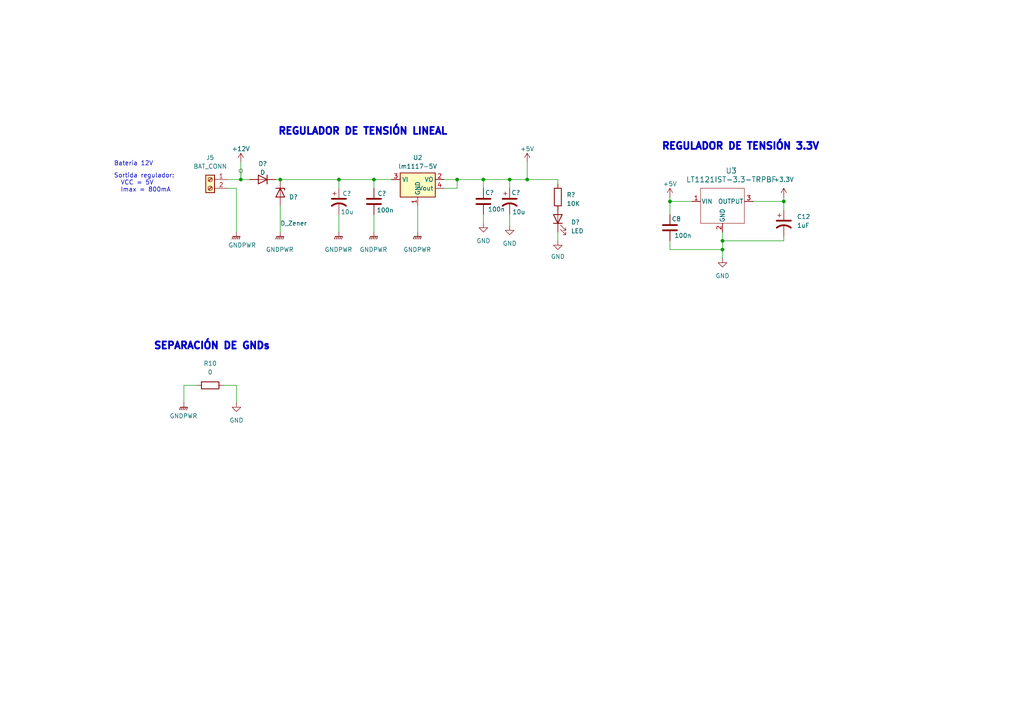
<source format=kicad_sch>
(kicad_sch (version 20250114) (generator "eeschema") (generator_version "9.0")
  (paper "A4")
  (lib_symbols
    (symbol "Connector:Screw_Terminal_01x02" (pin_names (offset 1.016) (hide yes))
      (property "Reference" "J" (at 0 2.54 0))
      (property "Value" "Screw_Terminal_01x02" (at 0 -5.08 0))
      (symbol "Screw_Terminal_01x02_1_1"
        (rectangle (start -1.27 1.27) (end 1.27 -3.81) (stroke (width 0.254)) (fill (type background)))
        (polyline (pts (xy -0.5334 0.3302) (xy 0.3302 -0.508)) (stroke (width 0.1524)))
        (polyline (pts (xy -0.5334 -2.2098) (xy 0.3302 -3.048)) (stroke (width 0.1524)))
        (polyline (pts (xy -0.3556 0.508) (xy 0.508 -0.3302)) (stroke (width 0.1524)))
        (polyline (pts (xy -0.3556 -2.032) (xy 0.508 -2.8702)) (stroke (width 0.1524)))
        (circle (center 0 0) (radius 0.635) (stroke (width 0.1524)))
        (circle (center 0 -2.54) (radius 0.635) (stroke (width 0.1524)))
        (pin passive line (at -5.08 0 0) (length 3.81) (name "Pin_1") (number "1"))
        (pin passive line (at -5.08 -2.54 0) (length 3.81) (name "Pin_2") (number "2"))
      )
    )
    (symbol "David:AP1117-ADJ-mod"
      (property "Reference" "U2" (at 0 6.35 0))
      (property "Value" "lm1117-5V" (at 0 3.81 0))
      (symbol "AP1117-ADJ-mod_0_1"
        (rectangle (start -5.08 1.905) (end 5.08 -5.08) (stroke (width 0.254)) (fill (type background)))
      )
      (symbol "AP1117-ADJ-mod_1_1"
        (pin power_in line (at -7.62 0 0) (length 2.54) (name "VI") (number "3"))
        (pin input line (at 0 -7.62 90) (length 2.54) (name "GND") (number "1"))
        (pin power_out line (at 7.62 0 180) (length 2.54) (name "VO") (number "2"))
        (pin power_out line (at 7.62 -2.54 180) (length 2.54) (name "Vout") (number "4"))
      )
    )
    (symbol "Device:C" (pin_numbers (hide yes)) (pin_names (offset 0.254))
      (property "Reference" "C" (at 0.635 2.54 0))
      (property "Value" "C" (at 0.635 -2.54 0))
      (symbol "C_0_1"
        (polyline (pts (xy -2.032 0.762) (xy 2.032 0.762)) (stroke (width 0.508)))
        (polyline (pts (xy -2.032 -0.762) (xy 2.032 -0.762)) (stroke (width 0.508)))
      )
      (symbol "C_1_1"
        (pin passive line (at 0 3.81 270) (length 2.794) (name "~") (number "1"))
        (pin passive line (at 0 -3.81 90) (length 2.794) (name "~") (number "2"))
      )
    )
    (symbol "Device:C_Polarized_US" (pin_numbers (hide yes)) (pin_names (offset 0.254) (hide yes))
      (property "Reference" "C" (at 0.635 2.54 0))
      (property "Value" "C_Polarized_US" (at 0.635 -2.54 0))
      (symbol "C_Polarized_US_0_1"
        (polyline (pts (xy -2.032 0.762) (xy 2.032 0.762)) (stroke (width 0.508)))
        (polyline (pts (xy -1.778 2.286) (xy -0.762 2.286)))
        (polyline (pts (xy -1.27 1.778) (xy -1.27 2.794)))
        (arc (start -2.032 -1.27) (mid 0 -0.5572) (end 2.032 -1.27) (stroke (width 0.508)))
      )
      (symbol "C_Polarized_US_1_1"
        (pin passive line (at 0 3.81 270) (length 2.794) (name "~") (number "1"))
        (pin passive line (at 0 -3.81 90) (length 3.302) (name "~") (number "2"))
      )
    )
    (symbol "Device:D" (pin_numbers (hide yes)) (pin_names (offset 1.016) (hide yes))
      (property "Reference" "D" (at 0 2.54 0))
      (property "Value" "D" (at 0 -2.54 0))
      (symbol "D_0_1"
        (polyline (pts (xy -1.27 1.27) (xy -1.27 -1.27)) (stroke (width 0.254)))
        (polyline (pts (xy 1.27 1.27) (xy 1.27 -1.27) (xy -1.27 0) (xy 1.27 1.27)) (stroke (width 0.254)))
        (polyline (pts (xy 1.27 0) (xy -1.27 0)))
      )
      (symbol "D_1_1"
        (pin passive line (at -3.81 0 0) (length 2.54) (name "K") (number "1"))
        (pin passive line (at 3.81 0 180) (length 2.54) (name "A") (number "2"))
      )
    )
    (symbol "Device:D_Zener" (pin_numbers (hide yes)) (pin_names (offset 1.016) (hide yes))
      (property "Reference" "D" (at 0 2.54 0))
      (property "Value" "D_Zener" (at 0 -2.54 0))
      (symbol "D_Zener_0_1"
        (polyline (pts (xy -1.27 -1.27) (xy -1.27 1.27) (xy -0.762 1.27)) (stroke (width 0.254)))
        (polyline (pts (xy 1.27 0) (xy -1.27 0)))
        (polyline (pts (xy 1.27 -1.27) (xy 1.27 1.27) (xy -1.27 0) (xy 1.27 -1.27)) (stroke (width 0.254)))
      )
      (symbol "D_Zener_1_1"
        (pin passive line (at -3.81 0 0) (length 2.54) (name "K") (number "1"))
        (pin passive line (at 3.81 0 180) (length 2.54) (name "A") (number "2"))
      )
    )
    (symbol "Device:LED" (pin_numbers (hide yes)) (pin_names (offset 1.016) (hide yes))
      (property "Reference" "D" (at 0 2.54 0))
      (property "Value" "LED" (at 0 -2.54 0))
      (symbol "LED_0_1"
        (polyline (pts (xy -3.048 -0.762) (xy -4.572 -2.286) (xy -3.81 -2.286) (xy -4.572 -2.286) (xy -4.572 -1.524)))
        (polyline (pts (xy -1.778 -0.762) (xy -3.302 -2.286) (xy -2.54 -2.286) (xy -3.302 -2.286) (xy -3.302 -1.524)))
        (polyline (pts (xy -1.27 0) (xy 1.27 0)))
        (polyline (pts (xy -1.27 -1.27) (xy -1.27 1.27)) (stroke (width 0.254)))
        (polyline (pts (xy 1.27 -1.27) (xy 1.27 1.27) (xy -1.27 0) (xy 1.27 -1.27)) (stroke (width 0.254)))
      )
      (symbol "LED_1_1"
        (pin passive line (at -3.81 0 0) (length 2.54) (name "K") (number "1"))
        (pin passive line (at 3.81 0 180) (length 2.54) (name "A") (number "2"))
      )
    )
    (symbol "Device:R" (pin_numbers (hide yes)) (pin_names (offset 0))
      (property "Reference" "R" (at 2.032 0 90))
      (property "Value" "R" (at 0 0 90))
      (symbol "R_0_1"
        (rectangle (start -1.016 -2.54) (end 1.016 2.54) (stroke (width 0.254)))
      )
      (symbol "R_1_1"
        (pin passive line (at 0 3.81 270) (length 1.27) (name "~") (number "1"))
        (pin passive line (at 0 -3.81 90) (length 1.27) (name "~") (number "2"))
      )
    )
    (symbol "GNDPWR_1" (power) (pin_numbers (hide yes)) (pin_names (offset 0) (hide yes))
      (property "Value" "GNDPWR" (at 0 -3.302 0))
      (symbol "GNDPWR_1_0_1"
        (polyline (pts (xy -1.016 -1.27) (xy -1.27 -2.032) (xy -1.27 -2.032)) (stroke (width 0.2032)))
        (polyline (pts (xy -0.508 -1.27) (xy -0.762 -2.032) (xy -0.762 -2.032)) (stroke (width 0.2032)))
        (polyline (pts (xy 0 -1.27) (xy 0 0)))
        (polyline (pts (xy 0 -1.27) (xy -0.254 -2.032) (xy -0.254 -2.032)) (stroke (width 0.2032)))
        (polyline (pts (xy 0.508 -1.27) (xy 0.254 -2.032) (xy 0.254 -2.032)) (stroke (width 0.2032)))
        (polyline (pts (xy 1.016 -1.27) (xy -1.016 -1.27) (xy -1.016 -1.27)) (stroke (width 0.2032)))
        (polyline (pts (xy 1.016 -1.27) (xy 0.762 -2.032) (xy 0.762 -2.032) (xy 0.762 -2.032)) (stroke (width 0.2032)))
      )
      (symbol "GNDPWR_1_1_1"
        (pin power_in line (at 0 0 270) (length 0) (name "~") (number "1"))
      )
    )
    (symbol "GND_1" (power) (pin_numbers (hide yes)) (pin_names (offset 0) (hide yes))
      (property "Value" "GND" (at 0 -3.81 0))
      (symbol "GND_1_0_1"
        (polyline (pts (xy 0 0) (xy 0 -1.27) (xy 1.27 -1.27) (xy 0 -2.54) (xy -1.27 -1.27) (xy 0 -1.27)))
      )
      (symbol "GND_1_1_1"
        (pin power_in line (at 0 0 270) (length 0) (name "~") (number "1"))
      )
    )
    (symbol "GND_2" (power) (pin_numbers (hide yes)) (pin_names (offset 0) (hide yes))
      (property "Value" "GND" (at 0 -3.81 0))
      (symbol "GND_2_0_1"
        (polyline (pts (xy 0 0) (xy 0 -1.27) (xy 1.27 -1.27) (xy 0 -2.54) (xy -1.27 -1.27) (xy 0 -1.27)))
      )
      (symbol "GND_2_1_1"
        (pin power_in line (at 0 0 270) (length 0) (name "~") (number "1"))
      )
    )
    (symbol "LT1121IST:LT1121IST-3.3-TRPBF" (pin_names (offset 0.254))
      (property "Reference" "U3" (at 15.24 10.16 0))
      (property "Value" "LT1121IST-3.3-TRPBF" (at 15.24 7.62 0))
      (symbol "LT1121IST-3.3-TRPBF_0_1"
        (polyline (pts (xy 12.7 3.81) (xy 12.7 -6.35)) (stroke (width 0.127)))
        (polyline (pts (xy 12.7 -6.35) (xy 25.4 -6.35)) (stroke (width 0.127)))
        (polyline (pts (xy 25.4 3.81) (xy 12.7 3.81)) (stroke (width 0.127)))
        (polyline (pts (xy 25.4 -6.35) (xy 25.4 3.81)) (stroke (width 0.127)))
      )
      (symbol "LT1121IST-3.3-TRPBF_1_1"
        (pin input line (at 10.16 0 0) (length 2.54) (name "VIN") (number "1"))
        (pin power_in line (at 19.05 -8.89 90) (length 2.54) (name "GND") (number "2"))
        (pin output line (at 27.94 0 180) (length 2.54) (name "OUTPUT") (number "3"))
      )
    )
    (symbol "power:+12V" (power) (pin_names (offset 0))
      (property "Value" "+12V" (at 0 3.556 0))
      (symbol "+12V_0_1"
        (polyline (pts (xy -0.762 1.27) (xy 0 2.54)))
        (polyline (pts (xy 0 2.54) (xy 0.762 1.27)))
        (polyline (pts (xy 0 0) (xy 0 2.54)))
      )
      (symbol "+12V_1_1"
        (pin power_in line (at 0 0 90) (length 0) (hide yes) (name "+12V") (number "1"))
      )
    )
    (symbol "power:+3.3V" (power) (pin_numbers (hide yes)) (pin_names (offset 0) (hide yes))
      (property "Value" "+3.3V" (at 0 3.556 0))
      (symbol "+3.3V_0_1"
        (polyline (pts (xy -0.762 1.27) (xy 0 2.54)))
        (polyline (pts (xy 0 2.54) (xy 0.762 1.27)))
        (polyline (pts (xy 0 0) (xy 0 2.54)))
      )
      (symbol "+3.3V_1_1"
        (pin power_in line (at 0 0 90) (length 0) (name "~") (number "1"))
      )
    )
    (symbol "power:+5V" (power) (pin_names (offset 0))
      (property "Value" "+5V" (at 0 3.556 0))
      (symbol "+5V_0_1"
        (polyline (pts (xy -0.762 1.27) (xy 0 2.54)))
        (polyline (pts (xy 0 2.54) (xy 0.762 1.27)))
        (polyline (pts (xy 0 0) (xy 0 2.54)))
      )
      (symbol "+5V_1_1"
        (pin power_in line (at 0 0 90) (length 0) (hide yes) (name "+5V") (number "1"))
      )
    )
    (symbol "power:GND" (power) (pin_names (offset 0))
      (property "Value" "GND" (at 0 -3.81 0))
      (symbol "GND_0_1"
        (polyline (pts (xy 0 0) (xy 0 -1.27) (xy 1.27 -1.27) (xy 0 -2.54) (xy -1.27 -1.27) (xy 0 -1.27)))
      )
      (symbol "GND_1_1"
        (pin power_in line (at 0 0 270) (length 0) (hide yes) (name "GND") (number "1"))
      )
    )
    (symbol "power:GNDPWR" (power) (pin_names (offset 0))
      (property "Value" "GNDPWR" (at 0 -3.302 0))
      (symbol "GNDPWR_0_1"
        (polyline (pts (xy -1.016 -1.27) (xy -1.27 -2.032) (xy -1.27 -2.032)) (stroke (width 0.2032)))
        (polyline (pts (xy -0.508 -1.27) (xy -0.762 -2.032) (xy -0.762 -2.032)) (stroke (width 0.2032)))
        (polyline (pts (xy 0 -1.27) (xy 0 0)))
        (polyline (pts (xy 0 -1.27) (xy -0.254 -2.032) (xy -0.254 -2.032)) (stroke (width 0.2032)))
        (polyline (pts (xy 0.508 -1.27) (xy 0.254 -2.032) (xy 0.254 -2.032)) (stroke (width 0.2032)))
        (polyline (pts (xy 1.016 -1.27) (xy -1.016 -1.27) (xy -1.016 -1.27)) (stroke (width 0.2032)))
        (polyline (pts (xy 1.016 -1.27) (xy 0.762 -2.032) (xy 0.762 -2.032) (xy 0.762 -2.032)) (stroke (width 0.2032)))
      )
      (symbol "GNDPWR_1_1"
        (pin power_in line (at 0 0 270) (length 0) (hide yes) (name "GNDPWR") (number "1"))
      )
    )
  )
  (text "SEPARACIÓN DE GNDs\n" (at 44.45 101.6 0) (effects (font (size 2.032 2.032) (thickness 0.6) (bold yes)) (justify left bottom)))
  (text "Sortida regulador:\n  VCC = 5V\n  Imax = 800mA" (at 33.02 55.88 0) (effects (font (size 1.27 1.27)) (justify left bottom)))
  (text "REGULADOR DE TENSIÓN 3.3V\n\n" (at 191.77 46.99 0) (effects (font (size 2.032 2.032) (thickness 0.6) (bold yes)) (justify left bottom)))
  (text "REGULADOR DE TENSIÓN LINEAL\n" (at 80.518 39.37 0) (effects (font (size 2.032 2.032) (thickness 0.6) (bold yes)) (justify left bottom)))
  (text "Batería 12V" (at 33.02 48.26 0) (effects (font (size 1.27 1.27)) (justify left bottom)))
  (junction (at 209.55 72.39))
  (junction (at 108.458 52.07))
  (junction (at 152.908 52.07))
  (junction (at 98.298 52.07))
  (junction (at 227.33 58.42))
  (junction (at 209.55 69.85))
  (junction (at 147.828 52.07))
  (junction (at 132.588 52.07))
  (junction (at 194.31 58.42))
  (junction (at 140.208 52.07))
  (junction (at 81.28 52.07))
  (junction (at 69.85 52.07))
  (wire (pts (xy 194.31 72.39) (xy 209.55 72.39)))
  (wire (pts (xy 128.778 54.61) (xy 132.588 54.61)))
  (wire (pts (xy 209.55 67.31) (xy 209.55 69.85)))
  (wire (pts (xy 66.04 52.07) (xy 69.85 52.07)))
  (wire (pts (xy 121.158 59.69) (xy 121.158 67.31)))
  (wire (pts (xy 161.798 59.69) (xy 161.798 60.96)))
  (wire (pts (xy 132.588 52.07) (xy 140.208 52.07)))
  (wire (pts (xy 81.28 52.07) (xy 98.298 52.07)))
  (wire (pts (xy 53.34 111.76) (xy 53.34 116.84)))
  (wire (pts (xy 147.828 52.07) (xy 140.208 52.07)))
  (wire (pts (xy 66.04 54.61) (xy 68.58 54.61)))
  (wire (pts (xy 227.33 68.58) (xy 227.33 69.85)))
  (wire (pts (xy 98.298 52.07) (xy 108.458 52.07)))
  (wire (pts (xy 108.458 52.07) (xy 108.458 54.61)))
  (wire (pts (xy 68.58 54.61) (xy 68.58 67.31)))
  (wire (pts (xy 98.298 52.07) (xy 98.298 54.61)))
  (wire (pts (xy 194.31 57.15) (xy 194.31 58.42)))
  (wire (pts (xy 69.85 46.99) (xy 69.85 52.07)))
  (wire (pts (xy 98.298 62.23) (xy 98.298 67.31)))
  (wire (pts (xy 227.33 57.15) (xy 227.33 58.42)))
  (wire (pts (xy 209.55 69.85) (xy 209.55 72.39)))
  (wire (pts (xy 152.908 46.99) (xy 152.908 52.07)))
  (wire (pts (xy 140.208 52.07) (xy 140.208 54.61)))
  (wire (pts (xy 147.828 52.07) (xy 152.908 52.07)))
  (wire (pts (xy 132.588 52.07) (xy 132.588 54.61)))
  (wire (pts (xy 194.31 72.39) (xy 194.31 69.85)))
  (wire (pts (xy 209.55 69.85) (xy 227.33 69.85)))
  (wire (pts (xy 108.458 62.23) (xy 108.458 67.31)))
  (wire (pts (xy 209.55 72.39) (xy 209.55 74.93)))
  (wire (pts (xy 128.778 52.07) (xy 132.588 52.07)))
  (wire (pts (xy 68.58 111.76) (xy 68.58 116.84)))
  (wire (pts (xy 227.33 58.42) (xy 227.33 60.96)))
  (wire (pts (xy 161.798 67.31) (xy 161.798 69.85)))
  (wire (pts (xy 69.85 52.07) (xy 72.39 52.07)))
  (wire (pts (xy 140.208 62.23) (xy 140.208 64.77)))
  (wire (pts (xy 81.28 59.69) (xy 81.28 67.31)))
  (wire (pts (xy 161.798 52.07) (xy 161.798 53.34)))
  (wire (pts (xy 194.31 58.42) (xy 194.31 62.23)))
  (wire (pts (xy 108.458 52.07) (xy 113.538 52.07)))
  (wire (pts (xy 64.77 111.76) (xy 68.58 111.76)))
  (wire (pts (xy 147.828 52.07) (xy 147.828 54.61)))
  (wire (pts (xy 147.828 65.532) (xy 147.828 62.23)))
  (wire (pts (xy 194.31 58.42) (xy 200.66 58.42)))
  (wire (pts (xy 218.44 58.42) (xy 227.33 58.42)))
  (wire (pts (xy 152.908 52.07) (xy 161.798 52.07)))
  (wire (pts (xy 80.01 52.07) (xy 81.28 52.07)))
  (wire (pts (xy 53.34 111.76) (xy 57.15 111.76)))
  (netclass_flag "" (length 2.54) (shape round) (at 69.85 52.07 0) (property "Netclass" "POWERH" (effects (hide yes))))
  (symbol (lib_id "Connector:Screw_Terminal_01x02") (at 60.96 52.07 0) (mirror y) (unit 1)
    (property "Reference" "J5" (at 60.96 45.72 0))
    (property "Value" "BAT_CONN" (at 60.96 48.26 0))
    (property "Footprint" "TerminalBlock_Phoenix:TerminalBlock_Phoenix_MPT-0,5-2-2.54_1x02_P2.54mm_Horizontal" (effects (hide yes)))
    (property "Description" "Generic screw terminal, single row, 01x02, script generated (kicad-library-utils/schlib/autogen/connector/)" (effects (hide yes)))
  )
  (symbol (lib_name "GNDPWR_1") (lib_id "power:GNDPWR") (at 53.34 116.84 0) (unit 1)
    (property "Reference" "#PWR012" (effects (hide yes)))
    (property "Value" "GNDPWR" (at 53.213 120.65 0))
    (property "Description" "Power symbol creates a global label with name \"GNDPWR\" , global ground" (effects (hide yes)))
  )
  (symbol (lib_id "Device:C") (at 140.208 58.42 0) (unit 1)
    (property "Reference" "C?" (at 140.716 55.88 0) (effects (justify left)))
    (property "Value" "100n" (at 141.478 60.706 0) (effects (justify left)))
    (property "Footprint" "Capacitor_SMD:C_1206_3216Metric" (effects (hide yes)))
  )
  (symbol (lib_id "power:+12V") (at 69.85 46.99 0) (unit 1)
    (property "Reference" "#PWR?" (effects (hide yes)))
    (property "Value" "+12V" (at 69.85 43.18 0))
  )
  (symbol (lib_id "power:GND") (at 147.828 65.532 0) (unit 1)
    (property "Reference" "#PWR?" (effects (hide yes)))
    (property "Value" "GND" (at 147.828 70.612 0))
  )
  (symbol (lib_id "power:+5V") (at 194.31 57.15 0) (unit 1)
    (property "Reference" "#PWR014" (effects (hide yes)))
    (property "Value" "+5V" (at 194.31 53.34 0))
  )
  (symbol (lib_id "David:AP1117-ADJ-mod") (at 121.158 52.07 0) (unit 1)
    (property "Reference" "U2" (at 121.158 45.72 0))
    (property "Value" "lm1117-5V" (at 121.158 48.26 0))
    (property "Footprint" "Package_TO_SOT_SMD:SOT-223-3_TabPin2" (effects (hide yes)))
    (property "Datasheet" "http://www.diodes.com/datasheets/AP1117.pdf" (effects (hide yes)))
  )
  (symbol (lib_id "Device:C_Polarized_US") (at 147.828 58.42 0) (unit 1)
    (property "Reference" "C?" (at 148.336 55.88 0) (effects (justify left)))
    (property "Value" "10u" (at 148.59 61.468 0) (effects (justify left)))
    (property "Footprint" "Capacitor_THT:CP_Radial_D5.0mm_P2.50mm" (effects (hide yes)))
  )
  (symbol (lib_id "power:+5V") (at 152.908 46.99 0) (unit 1)
    (property "Reference" "#PWR?" (effects (hide yes)))
    (property "Value" "+5V" (at 152.908 43.18 0))
  )
  (symbol (lib_id "Device:D_Zener") (at 81.28 55.88 270) (unit 1)
    (property "Reference" "D?" (at 83.82 57.15 90) (effects (justify left)))
    (property "Value" "D_Zener" (at 81.28 64.77 90) (effects (justify left)))
    (property "Footprint" "Diode_THT:D_DO-15_P12.70mm_Horizontal" (effects (hide yes)))
  )
  (symbol (lib_id "power:GNDPWR") (at 121.158 67.31 0) (unit 1)
    (property "Reference" "#PWR?" (effects (hide yes)))
    (property "Value" "GNDPWR" (at 121.031 72.39 0))
  )
  (symbol (lib_id "Device:C_Polarized_US") (at 227.33 64.77 0) (unit 1)
    (property "Reference" "C12" (at 231.14 62.8649 0) (effects (justify left)))
    (property "Value" "1uF" (at 231.14 65.4049 0) (effects (justify left)))
    (property "Footprint" "Capacitor_SMD:C_0805_2012Metric" (effects (hide yes)))
    (property "Description" "Polarized capacitor, US symbol" (effects (hide yes)))
  )
  (symbol (lib_id "power:GNDPWR") (at 108.458 67.31 0) (unit 1)
    (property "Reference" "#PWR?" (effects (hide yes)))
    (property "Value" "GNDPWR" (at 108.331 72.39 0))
  )
  (symbol (lib_id "Device:R") (at 161.798 57.15 180) (unit 1)
    (property "Reference" "R?" (at 164.338 56.515 0) (effects (justify right)))
    (property "Value" "10K" (at 164.338 59.055 0) (effects (justify right)))
    (property "Footprint" "Resistor_SMD:R_1206_3216Metric_Pad1.30x1.75mm_HandSolder" (effects (hide yes)))
  )
  (symbol (lib_id "Device:C_Polarized_US") (at 98.298 58.42 0) (unit 1)
    (property "Reference" "C?" (at 99.314 56.134 0) (effects (justify left)))
    (property "Value" "10u" (at 98.806 61.468 0) (effects (justify left)))
    (property "Footprint" "Capacitor_THT:CP_Radial_D5.0mm_P2.50mm" (effects (hide yes)))
  )
  (symbol (lib_id "power:GND") (at 161.798 69.85 0) (unit 1)
    (property "Reference" "#PWR?" (effects (hide yes)))
    (property "Value" "GND" (at 161.798 74.422 0))
  )
  (symbol (lib_name "GND_1") (lib_id "power:GND") (at 68.58 116.84 0) (unit 1)
    (property "Reference" "#PWR08" (effects (hide yes)))
    (property "Value" "GND" (at 68.58 121.92 0))
    (property "Description" "Power symbol creates a global label with name \"GND\" , ground" (effects (hide yes)))
  )
  (symbol (lib_id "Device:LED") (at 161.798 63.5 90) (unit 1)
    (property "Reference" "D?" (at 165.608 64.4525 90) (effects (justify right)))
    (property "Value" "LED" (at 165.608 66.9925 90) (effects (justify right)))
    (property "Footprint" "LED_SMD:LED_0805_2012Metric" (effects (hide yes)))
  )
  (symbol (lib_id "LT1121IST:LT1121IST-3.3-TRPBF") (at 190.5 58.42 0) (unit 1)
    (property "Reference" "U3" (at 212.09 49.53 0) (effects (font (size 1.524 1.524))))
    (property "Value" "LT1121IST-3.3-TRPBF" (at 212.09 52.07 0) (effects (font (size 1.524 1.524))))
    (property "Footprint" "LT1121IST:SOT-223_ST_LIT" (effects (hide yes)))
    (property "Datasheet" "LT1121IST-3.3-TRPBF" (effects (hide yes)))
  )
  (symbol (lib_id "Device:C") (at 194.31 66.04 0) (unit 1)
    (property "Reference" "C8" (at 194.818 63.5 0) (effects (justify left)))
    (property "Value" "100n" (at 195.58 68.326 0) (effects (justify left)))
    (property "Footprint" "Capacitor_SMD:C_1206_3216Metric" (effects (hide yes)))
  )
  (symbol (lib_id "Device:C") (at 108.458 58.42 0) (unit 1)
    (property "Reference" "C?" (at 109.474 56.134 0) (effects (justify left)))
    (property "Value" "100n" (at 109.22 60.96 0) (effects (justify left)))
    (property "Footprint" "Capacitor_SMD:C_1206_3216Metric" (effects (hide yes)))
  )
  (symbol (lib_id "Device:R") (at 60.96 111.76 90) (unit 1)
    (property "Reference" "R10" (at 60.96 105.41 90))
    (property "Value" "0" (at 60.96 107.95 90))
    (property "Footprint" "Capacitor_SMD:C_1206_3216Metric" (effects (hide yes)))
    (property "Description" "Resistor" (effects (hide yes)))
  )
  (symbol (lib_id "Device:D") (at 76.2 52.07 0) (mirror y) (unit 1)
    (property "Reference" "D?" (at 76.2 47.498 0))
    (property "Value" "D" (at 76.2 50.038 0))
    (property "Footprint" "Diode_THT:D_DO-201AD_P12.70mm_Horizontal" (effects (hide yes)))
    (property "Sim.Device" "D" (effects (hide yes)))
    (property "Sim.Pins" "1=K 2=A" (effects (hide yes)))
  )
  (symbol (lib_id "power:GNDPWR") (at 81.28 67.31 0) (unit 1)
    (property "Reference" "#PWR?" (effects (hide yes)))
    (property "Value" "GNDPWR" (at 81.153 72.39 0))
  )
  (symbol (lib_id "power:GNDPWR") (at 98.298 67.31 0) (unit 1)
    (property "Reference" "#PWR?" (effects (hide yes)))
    (property "Value" "GNDPWR" (at 98.171 72.39 0))
  )
  (symbol (lib_name "GND_2") (lib_id "power:GND") (at 209.55 74.93 0) (unit 1)
    (property "Reference" "#PWR013" (effects (hide yes)))
    (property "Value" "GND" (at 209.55 80.01 0))
    (property "Description" "Power symbol creates a global label with name \"GND\" , ground" (effects (hide yes)))
  )
  (symbol (lib_id "power:GND") (at 140.208 64.77 0) (unit 1)
    (property "Reference" "#PWR?" (effects (hide yes)))
    (property "Value" "GND" (at 140.208 69.85 0))
  )
  (symbol (lib_id "power:+3.3V") (at 227.33 57.15 0) (unit 1)
    (property "Reference" "#PWR019" (effects (hide yes)))
    (property "Value" "+3.3V" (at 227.33 52.07 0))
    (property "Description" "Power symbol creates a global label with name \"+3.3V\"" (effects (hide yes)))
  )
  (symbol (lib_id "power:GNDPWR") (at 68.58 67.31 0) (unit 1)
    (property "Reference" "#PWR?" (effects (hide yes)))
    (property "Value" "GNDPWR" (at 70.231 71.12 0))
  )
)
</source>
